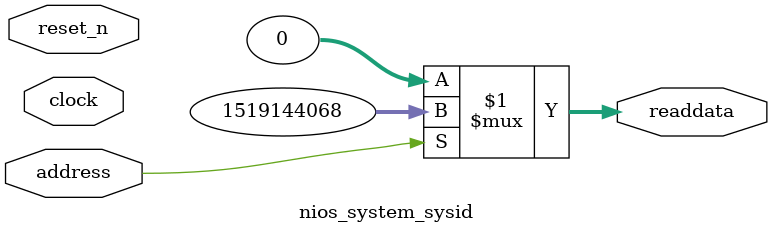
<source format=v>

`timescale 1ns / 1ps
// synthesis translate_on

// turn off superfluous verilog processor warnings 
// altera message_level Level1 
// altera message_off 10034 10035 10036 10037 10230 10240 10030 

module nios_system_sysid (
               // inputs:
                address,
                clock,
                reset_n,

               // outputs:
                readdata
             )
;

  output  [ 31: 0] readdata;
  input            address;
  input            clock;
  input            reset_n;

  wire    [ 31: 0] readdata;
  //control_slave, which is an e_avalon_slave
  assign readdata = address ? 1519144068 : 0;

endmodule




</source>
